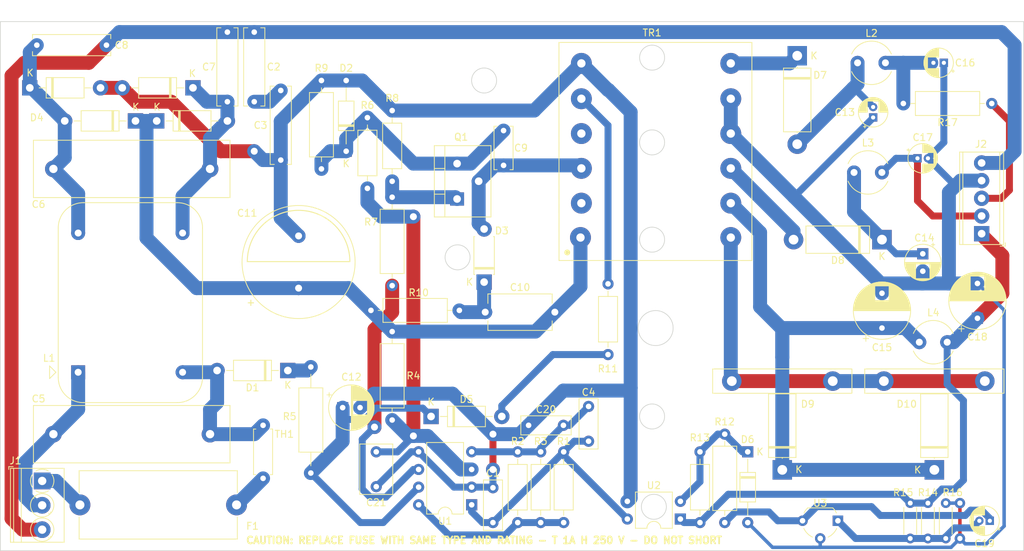
<source format=kicad_pcb>
(kicad_pcb (version 20211014) (generator pcbnew)
  (title_block (title "Amiga A1200 PSU UK 391029-02") (date "2023-02-09") (rev "1B") (company "Nick Bolton"))
  (layers (0 "F.Cu" signal) (31 "B.Cu" signal) (34 "B.Paste" user) (35 "F.Paste" user) (36 "B.SilkS" user "B.Silkscreen") (37 "F.SilkS" user "F.Silkscreen") (38 "B.Mask" user) (39 "F.Mask" user) (44 "Edge.Cuts" user))
  (net 0 "")
  (net 1 "Net-(Q1-Pad1)")
  (net 2 "Net-(C9-Pad2)")
  (net 3 "Net-(C1-Pad2)")
  (net 4 "Net-(C20-Pad2)")
  (net 5 "Net-(C21-Pad1)")
  (net 6 "Net-(C10-Pad1)")
  (net 7 "Net-(C10-Pad2)")
  (net 8 "GNDD")
  (net 9 "Net-(C9-Pad1)")
  (net 10 "Net-(D7-Pad1)")
  (net 11 "GND")
  (net 12 "Net-(D8-Pad2)")
  (net 13 "Net-(R1-Pad1)")
  (net 14 "Net-(R7-Pad2)")
  (net 15 "+12VA")
  (net 16 "+5V")
  (net 17 "Net-(R11-Pad2)")
  (net 18 "/Live_Pre_LF")
  (net 19 "Net-(C6-Pad1)")
  (net 20 "Net-(C5-Pad2)")
  (net 21 "Net-(C6-Pad2)")
  (net 22 "Net-(D6-Pad1)")
  (net 23 "Net-(D1-Pad1)")
  (net 24 "Net-(D5-Pad2)")
  (net 25 "Net-(F1-Pad1)")
  (net 26 "Net-(C2-Pad1)")
  (net 27 "Earth")
  (net 28 "-12V")
  (net 29 "+12V")
  (net 32 "/TR_5V")
  (net 33 "Net-(D7-Pad2)")
  (net 34 "Net-(D8-Pad1)")
  (net 35 "Net-(D10-Pad1)")
  (net 36 "Net-(L2-Pad2)")
  (net 37 "Net-(R12-Pad2)")
  (net 38 "Net-(R14-Pad1)")
  (net 39 "Net-(J1-Pad1)")
  (footprint "Capacitor_THT:CP_Radial_D8.0mm_P5.00mm" (layer "F.Cu") (at 156.972 66.04 90)
    (fp_text reference "C15")
    (fp_text value "1000uF")
  )
  (footprint "Capacitor_THT:C_Rect_L7.0mm_W2.5mm_P5.00mm" (layer "F.Cu") (at 106.212 80.01)
    (fp_text reference "C20")
    (fp_text value "1nF")
  )
  (footprint "Resistor_THT:R_Axial_DIN0207_L6.3mm_D2.5mm_P10.16mm_Horizontal" (layer "F.Cu") (at 104.648 93.98 90)
    (fp_text reference "R2")
    (fp_text value "240k")
  )
  (footprint "Capacitor_THT:C_Rect_L11.0mm_W2.8mm_P10.00mm_MKT" (layer "F.Cu") (at 62.944 33.528 90)
    (fp_text reference "C7")
    (fp_text value "4n7")
  )
  (footprint "Package_TO_SOT_THT:TO-92_Wide" (layer "F.Cu") (at 150.642 93.718 180)
    (fp_text reference "U3")
    (fp_text value "TL431D")
  )
  (footprint "TerminalBlock_Phoenix:TerminalBlock_Phoenix_MPT-0,5-5-2.54_1x05_P2.54mm_Horizontal" (layer "F.Cu") (at 171.2885 52.4835 90)
    (fp_text reference "J2")
    (fp_text value "DC-Out")
  )
  (footprint "Diode_THT:D_DO-41_SOD81_P10.16mm_Horizontal" (layer "F.Cu") (at 71.628 72.136 180)
    (fp_text reference "D1")
    (fp_text value "1N4007")
  )
  (footprint "Resistor_THT:R_Axial_DIN0204_L3.6mm_D1.6mm_P5.08mm_Horizontal" (layer "F.Cu") (at 163.572 96.266 90)
    (fp_text reference "R14")
    (fp_text value "?")
  )
  (footprint "Capacitor_THT:C_Rect_L28.0mm_W8.0mm_P22.50mm_MKS4" (layer "F.Cu") (at 60.452 43.18 180)
    (fp_text reference "C6")
    (fp_text value "220nF")
  )
  (footprint "Capacitor_THT:C_Disc_D6.0mm_W2.5mm_P5.00mm" (layer "F.Cu") (at 102.616 37.672 -90)
    (fp_text reference "C9")
    (fp_text value "220pF")
  )
  (footprint "Resistor_THT:R_Axial_DIN0309_L9.0mm_D3.2mm_P12.70mm_Horizontal" (layer "F.Cu") (at 86.614 47.244 -90)
    (fp_text reference "R7")
    (fp_text value "150R")
  )
  (footprint "Resistor_THT:R_Axial_DIN0309_L9.0mm_D3.2mm_P12.70mm_Horizontal" (layer "F.Cu") (at 86.614 66.548 -90)
    (fp_text reference "R4")
    (fp_text value "821k")
  )
  (footprint "Capacitor_THT:C_Disc_D9.0mm_W5.0mm_P10.00mm" (layer "F.Cu") (at 109.982 63.754 180)
    (fp_text reference "C10")
    (fp_text value "10n")
  )
  (footprint "Capacitor_THT:CP_Radial_D5.0mm_P2.50mm" (layer "F.Cu") (at 162.834 55.372 -90)
    (fp_text reference "C14")
    (fp_text value "220uF")
  )
  (footprint "Inductor_THT:L_Radial_D6.0mm_P4.00mm" (layer "F.Cu") (at 152.96 43.688)
    (fp_text reference "L3")
    (fp_text value "L_Small")
  )
  (footprint "Capacitor_THT:C_Rect_L11.0mm_W2.8mm_P10.00mm_MKT" (layer "F.Cu") (at 70.612 41.91 90)
    (fp_text reference "C3")
    (fp_text value "4n7")
  )
  (footprint "Resistor_THT:R_Axial_DIN0309_L9.0mm_D3.2mm_P12.70mm_Horizontal" (layer "F.Cu") (at 134.386 81.28 -90)
    (fp_text reference "R12")
    (fp_text value "47R")
  )
  (footprint "Capacitor_THT:C_Rect_L11.0mm_W2.8mm_P10.00mm_MKT" (layer "F.Cu") (at 35.572 25.4)
    (fp_text reference "C8")
    (fp_text value "4n7")
  )
  (footprint "Amiga 1200:Diode_Heatsink" (layer "F.Cu") (at 142.652 86.41 90)
    (fp_text reference "D9")
    (fp_text value "MR852")
  )
  (footprint "Capacitor_THT:C_Rect_L11.0mm_W2.8mm_P10.00mm_MKT" (layer "F.Cu") (at 66.802 33.528 90)
    (fp_text reference "C2")
    (fp_text value "4n7")
  )
  (footprint "Resistor_THT:R_Axial_DIN0204_L3.6mm_D1.6mm_P5.08mm_Horizontal" (layer "F.Cu") (at 166.136 91.186 -90)
    (fp_text reference "R16")
    (fp_text value "?")
  )
  (footprint "Fuse:Fuseholder_Cylinder-5x20mm_Schurter_0031_8201_Horizontal_Open" (layer "F.Cu") (at 64.262 91.44 180)
    (fp_text reference "F1")
    (fp_text value "250V T 1A")
  )
  (footprint "Package_DIP:DIP-4_W7.62mm" (layer "F.Cu") (at 128.016 93.472 180)
    (fp_text reference "U2")
    (fp_text value "PC817")
  )
  (footprint "Resistor_THT:R_Axial_DIN0309_L9.0mm_D3.2mm_P12.70mm_Horizontal" (layer "F.Cu") (at 172.74 33.782 180)
    (fp_text reference "R17")
    (fp_text value "330R")
  )
  (footprint "Diode_THT:D_5W_P12.70mm_Horizontal" (layer "F.Cu") (at 156.972 53.34 180)
    (fp_text reference "D8")
    (fp_text value "MR852")
  )
  (footprint "Capacitor_THT:C_Rect_L7.0mm_W2.5mm_P5.00mm" (layer "F.Cu") (at 101.092 88.98 -90)
    (fp_text reference "C1")
    (fp_text value "10nF")
  )
  (footprint "Amiga 1200:TO-220-3_Vertical_Staggered" (layer "F.Cu") (at 95.941 47.498 90)
    (fp_text reference "Q1")
    (fp_text value "P2N60")
  )
  (footprint "Resistor_THT:R_Axial_DIN0309_L9.0mm_D3.2mm_P12.70mm_Horizontal" (layer "F.Cu") (at 83.566 63.5)
    (fp_text reference "R10")
    (fp_text value "100k")
  )
  (footprint "Capacitor_THT:CP_Radial_D4.0mm_P1.50mm" (layer "F.Cu") (at 162.072 41.656)
    (fp_text reference "C17")
    (fp_text value "47uF")
  )
  (footprint "Resistor_THT:R_Axial_DIN0207_L6.3mm_D2.5mm_P10.16mm_Horizontal" (layer "F.Cu") (at 117.622 69.85 90)
    (fp_text reference "R11")
    (fp_text value "10R")
  )
  (footprint "Package_DIP:DIP-8_W7.62mm" (layer "F.Cu") (at 98.034 91.43 180)
    (fp_text reference "U1")
    (fp_text value "UC3844_DIP8")
  )
  (footprint "Amiga 1200:Transformer" (layer "F.Cu") (at 123.952 40.64)
    (fp_text reference "TR1")
    (fp_text value "A1200-PSU-TR")
  )
  (footprint "Capacitor_THT:C_Rect_L7.0mm_W4.5mm_P5.00mm" (layer "F.Cu") (at 84.328 83.82 -90)
    (fp_text reference "C21")
    (fp_text value "470pF")
  )
  (footprint "Capacitor_THT:CP_Radial_D4.0mm_P1.50mm" (layer "F.Cu") (at 165.862 27.94 180)
    (fp_text reference "C16")
    (fp_text value "47uF")
  )
  (footprint "Amiga 1200:Diode_Heatsink" (layer "F.Cu") (at 164.496 86.41 90)
    (fp_text reference "D10")
    (fp_text value "MR852")
  )
  (footprint "Diode_THT:D_DO-35_SOD27_P10.16mm_Horizontal" (layer "F.Cu") (at 80.01 40.64 90)
    (fp_text reference "D2")
    (fp_text value "1N4742A")
  )
  (footprint "Resistor_THT:R_Axial_DIN0207_L6.3mm_D2.5mm_P10.16mm_Horizontal" (layer "F.Cu") (at 86.614 44.958 90)
    (fp_text reference "R8")
    (fp_text value "20k")
  )
  (footprint "Resistor_THT:R_Axial_DIN0309_L9.0mm_D3.2mm_P15.24mm_Horizontal" (layer "F.Cu") (at 74.93 86.868 90)
    (fp_text reference "R5")
    (fp_text value "68k")
  )
  (footprint "Diode_THT:D_DO-41_SOD81_P7.62mm_Horizontal" (layer "F.Cu") (at 99.822 59.436 90)
    (fp_text reference "D3")
    (fp_text value "BYV26E")
  )
  (footprint "Capacitor_THT:CP_Radial_D4.0mm_P1.50mm" (layer "F.Cu") (at 172.462 93.726 180)
    (fp_text reference "C19")
    (fp_text value "1uF")
  )
  (footprint "Capacitor_THT:CP_Radial_D6.3mm_P2.50mm" (layer "F.Cu") (at 79.502 77.47)
    (fp_text reference "C12")
    (fp_text value "47uF")
  )
  (footprint "Resistor_THT:R_Axial_DIN0207_L6.3mm_D2.5mm_P10.16mm_Horizontal" (layer "F.Cu") (at 111.252 93.98 90)
    (fp_text reference "R1")
    (fp_text value "680R")
  )
  (footprint "Resistor_THT:R_Axial_DIN0207_L6.3mm_D2.5mm_P7.62mm_Horizontal" (layer "F.Cu") (at 68.072 87.63 90)
    (fp_text reference "TH1")
    (fp_text value "30R")
  )
  (footprint "Capacitor_THT:C_Rect_L28.0mm_W8.0mm_P22.50mm_MKS4" (layer "F.Cu") (at 60.452 81.28 180)
    (fp_text reference "C5")
    (fp_text value "220nF")
  )
  (footprint "Inductor_THT:L_Radial_D6.0mm_P4.00mm" (layer "F.Cu") (at 162.338 68.072)
    (fp_text reference "L4")
    (fp_text value "L_Small")
  )
  (footprint "TerminalBlock_Phoenix:TerminalBlock_Phoenix_PT-1,5-3-3.5-H_1x03_P3.50mm_Horizontal" (layer "F.Cu") (at 36.3415 87.999 -90)
    (fp_text reference "J1")
    (fp_text value "AC-In")
  )
  (footprint "Capacitor_THT:CP_Radial_D8.0mm_P5.00mm" (layer "F.Cu") (at 170.688 64.632651 90)
    (fp_text reference "C18")
    (fp_text value "1000uF")
  )
  (footprint "Diode_THT:D_5W_P12.70mm_Horizontal" (layer "F.Cu") (at 144.8 26.924 -90)
    (fp_text reference "D7")
    (fp_text value "1N54xx")
  )
  (footprint "Amiga 1200:Diode_Bridge" (layer "F.Cu") (at 46.942 34.036)
    (fp_text reference "D4")
    (fp_text value "1N4007")
  )
  (footprint "Resistor_THT:R_Axial_DIN0309_L9.0mm_D3.2mm_P12.70mm_Horizontal" (layer "F.Cu") (at 76.454 43.18 90)
    (fp_text reference "R9")
    (fp_text value "1R")
  )
  (footprint "Resistor_THT:R_Axial_DIN0204_L3.6mm_D1.6mm_P5.08mm_Horizontal" (layer "F.Cu") (at 161.032 96.266 90)
    (fp_text reference "R15")
    (fp_text value "?")
  )
  (footprint "Resistor_THT:R_Axial_DIN0207_L6.3mm_D2.5mm_P10.16mm_Horizontal" (layer "F.Cu") (at 107.95 93.98 90)
    (fp_text reference "R3")
    (fp_text value "25k5")
  )
  (footprint "Resistor_THT:R_Axial_DIN0207_L6.3mm_D2.5mm_P10.16mm_Horizontal" (layer "F.Cu") (at 83.058 45.974 90)
    (fp_text reference "R6")
    (fp_text value "460R")
  )
  (footprint "Resistor_THT:R_Axial_DIN0207_L6.3mm_D2.5mm_P10.16mm_Horizontal" (layer "F.Cu") (at 130.83 83.82 -90)
    (fp_text reference "R13")
    (fp_text value "?")
  )
  (footprint "Inductor_THT:L_Radial_D6.0mm_P4.00mm" (layer "F.Cu") (at 153.468 27.94)
    (fp_text reference "L2")
    (fp_text value "L_Small")
  )
  (footprint "Diode_THT:D_DO-35_SOD27_P10.16mm_Horizontal" (layer "F.Cu") (at 137.688 83.82 -90)
    (fp_text reference "D6")
    (fp_text value "?")
  )
  (footprint "Filter:Filter_FILTERCON_1FPxx" (layer "F.Cu") (at 41.51 72.39 90)
    (fp_text reference "L1")
    (fp_text value "47mH")
  )
  (footprint "Capacitor_THT:C_Radial_D16.0mm_H31.5mm_P7.50mm" (layer "F.Cu") (at 73.172 60.305172 90)
    (fp_text reference "C11")
    (fp_text value "33uF")
  )
  (footprint "Capacitor_THT:C_Rect_L7.0mm_W2.5mm_P5.00mm" (layer "F.Cu") (at 114.828 82.296 90)
    (fp_text reference "C4")
    (fp_text value "10nF")
  )
  (footprint "Capacitor_THT:CP_Radial_D4.0mm_P1.50mm" (layer "F.Cu") (at 155.702 35.79 90)
    (fp_text reference "C13")
    (fp_text value "82uF")
  )
  (footprint "Diode_THT:D_DO-41_SOD81_P10.16mm_Horizontal" (layer "F.Cu") (at 92.202 78.74)
    (fp_text reference "D5")
    (fp_text value "1N4935")
  )
  (gr_poly (pts (arc (start 80.538 56.495172) (mid 73.172 49.129172) (end 65.806 56.495172))) (layer "F.SilkS") (width 0.15) (fill none))
  (gr_rect (start 30.332 22.02) (end 177.332 98.02) (layer "Edge.Cuts") (width 0.1) (fill none))
  (gr_circle (center 123.952 53.34) (end 125.222 54.61) (layer "Edge.Cuts") (width 0.1) (fill none))
  (gr_circle (center 123.952 27.196051) (end 125.222 28.466051) (layer "Edge.Cuts") (width 0.1) (fill none))
  (gr_circle (center 96.012 55.88) (end 97.282 57.15) (layer "Edge.Cuts") (width 0.1) (fill none))
  (gr_circle (center 124.46 66.04) (end 126.238 67.818) (layer "Edge.Cuts") (width 0.1) (fill none))
  (gr_circle (center 124.206 91.712051) (end 125.476 92.982051) (layer "Edge.Cuts") (width 0.1) (fill none))
  (gr_circle (center 99.822 30.48) (end 101.092 31.75) (layer "Edge.Cuts") (width 0.1) (fill none))
  (gr_circle (center 123.952 78.74) (end 125.222 80.01) (layer "Edge.Cuts") (width 0.1) (fill none))
  (gr_circle (center 123.952 39.37) (end 125.222 40.64) (layer "Edge.Cuts") (width 0.1) (fill none))
  (gr_text "CAUTION: REPLACE FUSE WITH SAME TYPE AND RATING - T 1A H 250 V - DO NOT SHORT" (at 99.822 96.52) (layer "F.SilkS") (effects (font (size 1 1) (thickness 0.25))))
  (gr_text "+" (at 66.314 62.337172) (layer "F.SilkS") (effects (font (size 1 1))))
  (segment (start 86.614 44.958) (end 86.614 47.244) (width 2) (layer "B.Cu") (net 1))
  (segment (start 95.687 47.244) (end 95.941 47.498) (width 2) (layer "B.Cu") (net 1))
  (segment (start 86.614 47.244) (end 95.687 47.244) (width 2) (layer "B.Cu") (net 1))
  (segment (start 113.364 42.672) (end 102.616 42.672) (width 2) (layer "B.Cu") (net 2))
  (segment (start 99.041 51.035) (end 99.822 51.816) (width 2) (layer "B.Cu") (net 2))
  (segment (start 101.317 42.672) (end 99.041 44.948) (width 2) (layer "B.Cu") (net 2))
  (segment (start 113.792 43.1) (end 113.364 42.672) (width 2) (layer "B.Cu") (net 2))
  (segment (start 102.616 42.672) (end 101.317 42.672) (width 2) (layer "B.Cu") (net 2))
  (segment (start 99.041 44.948) (end 99.041 51.035) (width 2) (layer "B.Cu") (net 2))
  (segment (start 99.588 93.98) (end 101.092 93.98) (width 1) (layer "B.Cu") (net 3))
  (segment (start 111.252 83.82) (end 112.776 82.296) (width 1) (layer "B.Cu") (net 3))
  (segment (start 112.776 82.296) (end 114.828 82.296) (width 1) (layer "B.Cu") (net 3))
  (segment (start 101.092 93.98) (end 111.252 83.82) (width 1) (layer "B.Cu") (net 3))
  (segment (start 120.396 93.472) (end 111.252 84.328) (width 1) (layer "B.Cu") (net 3))
  (segment (start 98.034 92.426) (end 99.588 93.98) (width 1) (layer "B.Cu") (net 3))
  (segment (start 98.034 91.43) (end 98.034 92.426) (width 1) (layer "B.Cu") (net 3))
  (segment (start 111.252 84.328) (end 111.252 83.82) (width 1) (layer "B.Cu") (net 3))
  (segment (start 111.212 80.01) (end 112.114 80.01) (width 1) (layer "B.Cu") (net 4))
  (segment (start 112.114 80.01) (end 114.828 77.296) (width 1) (layer "B.Cu") (net 4))
  (segment (start 107.95 83.272) (end 111.212 80.01) (width 1) (layer "B.Cu") (net 4))
  (segment (start 104.648 83.82) (end 107.95 83.82) (width 1) (layer "B.Cu") (net 4))
  (segment (start 98.034 83.81) (end 104.638 83.81) (width 1) (layer "B.Cu") (net 4))
  (segment (start 107.95 83.82) (end 107.95 83.272) (width 1) (layer "B.Cu") (net 4))
  (segment (start 89.662 50.038) (end 89.662 81.534) (width 2) (layer "F.Cu") (net 5))
  (via (at 89.662 50.038) (size 2) (drill 1) (layers "F.Cu" "B.Cu") (net 5))
  (via (at 89.662 81.534) (size 2) (drill 1) (layers "F.Cu" "B.Cu") (net 5))
  (segment (start 84.328 83.82) (end 87.376 83.82) (width 1) (layer "B.Cu") (net 5))
  (segment (start 89.662 81.534) (end 91.694 81.534) (width 2) (layer "B.Cu") (net 5))
  (segment (start 91.694 81.534) (end 96.51 86.35) (width 2) (layer "B.Cu") (net 5))
  (segment (start 89.662 81.534) (end 88.9 81.534) (width 2) (layer "B.Cu") (net 5))
  (segment (start 85.09 50.038) (end 83.058 48.006) (width 2) (layer "B.Cu") (net 5))
  (segment (start 87.376 83.82) (end 89.662 81.534) (width 1) (layer "B.Cu") (net 5))
  (segment (start 96.51 86.35) (end 98.034 86.35) (width 2) (layer "B.Cu") (net 5))
  (segment (start 88.9 81.534) (end 86.614 79.248) (width 2) (layer "B.Cu") (net 5))
  (segment (start 89.662 50.038) (end 85.09 50.038) (width 2) (layer "B.Cu") (net 5))
  (segment (start 83.058 48.006) (end 83.058 45.974) (width 2) (layer "B.Cu") (net 5))
  (segment (start 49.742 36.286) (end 52.792 36.286) (width 2) (layer "B.Cu") (net 6))
  (segment (start 109.982 63.754) (end 107.188 66.548) (width 2) (layer "B.Cu") (net 6))
  (segment (start 83.566 63.5) (end 86.614 66.548) (width 2) (layer "B.Cu") (net 6))
  (segment (start 58.527172 60.305172) (end 51.328 53.106) (width 2) (layer "B.Cu") (net 6))
  (segment (start 51.328 53.106) (end 51.328 36.286) (width 2) (layer "B.Cu") (net 6))
  (segment (start 107.188 66.548) (end 86.614 66.548) (width 2) (layer "B.Cu") (net 6))
  (segment (start 113.665 53.039) (end 113.665 60.071) (width 2) (layer "B.Cu") (net 6))
  (segment (start 80.371172 60.305172) (end 83.566 63.5) (width 2) (layer "B.Cu") (net 6))
  (segment (start 73.172 60.305172) (end 58.527172 60.305172) (width 2) (layer "B.Cu") (net 6))
  (segment (start 113.665 60.071) (end 109.982 63.754) (width 2) (layer "B.Cu") (net 6))
  (segment (start 73.172 60.305172) (end 80.371172 60.305172) (width 2) (layer "B.Cu") (net 6))
  (segment (start 99.822 63.594) (end 99.982 63.754) (width 2) (layer "B.Cu") (net 7))
  (segment (start 99.982 63.754) (end 96.52 63.754) (width 2) (layer "B.Cu") (net 7))
  (segment (start 99.822 59.436) (end 99.822 63.594) (width 2) (layer "B.Cu") (net 7))
  (segment (start 96.52 63.754) (end 96.266 63.5) (width 2) (layer "B.Cu") (net 7))
  (segment (start 54.884 33.528) (end 49.834 33.528) (width 2) (layer "F.Cu") (net 8))
  (segment (start 66.802 40.64) (end 61.996 40.64) (width 2) (layer "F.Cu") (net 8))
  (segment (start 47.842 31.536) (end 44.722 31.536) (width 2) (layer "F.Cu") (net 8))
  (segment (start 49.834 33.528) (end 47.842 31.536) (width 2) (layer "F.Cu") (net 8))
  (segment (start 61.996 40.64) (end 54.884 33.528) (width 2) (layer "F.Cu") (net 8))
  (segment (start 101.092 86.36) (end 101.092 81.28) (width 1) (layer "F.Cu") (net 8))
  (via (at 101.092 86.36) (size 2) (drill 1) (layers "F.Cu" "B.Cu") (net 8))
  (via (at 101.092 81.28) (size 2) (drill 1) (layers "F.Cu" "B.Cu") (net 8))
  (via (at 66.802 40.64) (size 2) (drill 1) (layers "F.Cu" "B.Cu") (net 8))
  (segment (start 117.682 31.83) (end 120.872 35.02) (width 2) (layer "B.Cu") (net 8))
  (segment (start 113.792 28.02) (end 117.602 31.83) (width 2) (layer "B.Cu") (net 8))
  (segment (start 106.212 80.01) (end 111.200738 75.021262) (width 2) (layer "B.Cu") (net 8))
  (segment (start 117.602 31.83) (end 117.682 31.83) (width 2) (layer "B.Cu") (net 8))
  (segment (start 70.612 50.245172) (end 73.172 52.805172) (width 2) (layer "B.Cu") (net 8))
  (segment (start 120.872 35.02) (end 120.872 74.624) (width 2) (layer "B.Cu") (net 8))
  (segment (start 95.494 88.89) (end 98.034 88.89) (width 1) (layer "B.Cu") (net 8))
  (segment (start 76.454 30.48) (end 80.01 30.48) (width 2) (layer "B.Cu") (net 8))
  (segment (start 120.872 90.456) (end 120.396 90.932) (width 2) (layer "B.Cu") (net 8))
  (segment (start 104.942 81.28) (end 101.092 81.28) (width 2) (layer "B.Cu") (net 8))
  (segment (start 95.282 75.47) (end 101.092 81.28) (width 2) (layer "B.Cu") (net 8))
  (segment (start 120.872 74.624) (end 120.872 90.456) (width 2) (layer "B.Cu") (net 8))
  (segment (start 70.612 41.91) (end 68.072 41.91) (width 2) (layer "B.Cu") (net 8))
  (segment (start 68.072 41.91) (end 66.802 40.64) (width 2) (layer "B.Cu") (net 8))
  (segment (start 98.034 88.89) (end 101.002 88.89) (width 1) (layer "B.Cu") (net 8))
  (segment (start 101.092 88.98) (end 101.092 86.36) (width 1) (layer "B.Cu") (net 8))
  (segment (start 89.338 83.81) (end 84.328 88.82) (width 1) (layer "B.Cu") (net 8))
  (segment (start 70.612 36.322) (end 76.454 30.48) (width 2) (layer "B.Cu") (net 8))
  (segment (start 111.200738 75.021262) (end 120.474738 75.021262) (width 2) (layer "B.Cu") (net 8))
  (segment (start 120.474738 75.021262) (end 120.872 74.624) (width 2) (layer "B.Cu") (net 8))
  (segment (start 90.414 83.81) (end 89.338 83.81) (width 1) (layer "B.Cu") (net 8))
  (segment (start 106.212 80.01) (end 104.942 81.28) (width 2) (layer "B.Cu") (net 8))
  (segment (start 70.612 41.91) (end 70.612 36.322) (width 2) (layer "B.Cu") (net 8))
  (segment (start 90.414 83.81) (end 95.494 88.89) (width 1) (layer "B.Cu") (net 8))
  (segment (start 84.002 75.47) (end 95.282 75.47) (width 2) (layer "B.Cu") (net 8))
  (segment (start 82.296 30.48) (end 86.614 34.798) (width 2) (layer "B.Cu") (net 8))
  (segment (start 107.014 34.798) (end 113.792 28.02) (width 2) (layer "B.Cu") (net 8))
  (segment (start 70.612 41.91) (end 70.612 50.245172) (width 2) (layer "B.Cu") (net 8))
  (segment (start 86.614 34.798) (end 107.014 34.798) (width 2) (layer "B.Cu") (net 8))
  (segment (start 80.01 30.48) (end 82.296 30.48) (width 2) (layer "B.Cu") (net 8))
  (segment (start 84.002 75.47) (end 82.002 77.47) (width 2) (layer "B.Cu") (net 8))
  (segment (start 77.724 40.64) (end 80.01 40.64) (width 2) (layer "B.Cu") (net 9))
  (segment (start 83.058 35.814) (end 80.01 38.862) (width 2) (layer "B.Cu") (net 9))
  (segment (start 83.058 35.814) (end 89.662 42.418) (width 2) (layer "B.Cu") (net 9))
  (segment (start 89.662 42.418) (end 95.941 42.418) (width 2) (layer "B.Cu") (net 9))
  (segment (start 80.01 38.862) (end 80.01 40.64) (width 2) (layer "B.Cu") (net 9))
  (segment (start 76.454 41.91) (end 77.724 40.64) (width 2) (layer "B.Cu") (net 9))
  (segment (start 95.941 42.418) (end 97.87 42.418) (width 2) (layer "B.Cu") (net 9))
  (segment (start 97.87 42.418) (end 102.616 37.672) (width 2) (layer "B.Cu") (net 9))
  (segment (start 76.454 43.18) (end 76.454 41.91) (width 2) (layer "B.Cu") (net 9))
  (segment (start 135.255 28.02) (end 143.704 28.02) (width 2) (layer "B.Cu") (net 10))
  (segment (start 143.704 28.02) (end 144.8 26.924) (width 2) (layer "B.Cu") (net 10))
  (segment (start 168.168 91.186) (end 168.168 96.266) (width 0.5) (layer "F.Cu") (net 11))
  (via (at 168.168 96.266) (size 1.5) (drill 0.75) (layers "F.Cu" "B.Cu") (net 11))
  (via (at 168.168 91.186) (size 1.5) (drill 0.75) (layers "F.Cu" "B.Cu") (net 11))
  (segment (start 144.3455 47.1905) (end 156.787651 59.632651) (width 2) (layer "B.Cu") (net 11))
  (segment (start 166.136 91.186) (end 168.168 91.186) (width 0.5) (layer "B.Cu") (net 11))
  (segment (start 166.898 97.536) (end 168.168 96.266) (width 0.5) (layer "B.Cu") (net 11))
  (segment (start 156.787651 59.632651) (end 162.776651 59.632651) (width 2) (layer "B.Cu") (net 11))
  (segment (start 155.702 35.79) (end 155.702 35.834) (width 1) (layer "B.Cu") (net 11))
  (segment (start 166.586651 59.632651) (end 166.586651 46.539349) (width 2) (layer "B.Cu") (net 11))
  (segment (start 174.518 94.488) (end 174.518 63.462651) (width 0.5) (layer "B.Cu") (net 11))
  (segment (start 141.244 97.536) (end 137.688 93.98) (width 0.5) (layer "B.Cu") (net 11))
  (segment (start 168.2625 44.8635) (end 171.2885 44.8635) (width 2) (layer "B.Cu") (net 11))
  (segment (start 166.586651 46.539349) (end 167.533 45.593) (width 2) (layer "B.Cu") (net 11))
  (segment (start 167.533 45.593) (end 168.2625 44.8635) (width 2) (layer "B.Cu") (net 11))
  (segment (start 156.972 61.04) (end 156.972 59.817) (width 2) (layer "B.Cu") (net 11))
  (segment (start 165.862 39.366) (end 163.572 41.656) (width 1) (layer "B.Cu") (net 11))
  (segment (start 162.834 59.575302) (end 162.776651 59.632651) (width 2) (layer "B.Cu") (net 11))
  (segment (start 166.586651 59.632651) (end 170.688 59.632651) (width 2) (layer "B.Cu") (net 11))
  (segment (start 162.776651 59.632651) (end 166.586651 59.632651) (width 2) (layer "B.Cu") (net 11))
  (segment (start 171.978 97.028) (end 174.518 94.488) (width 0.5) (layer "B.Cu") (net 11))
  (segment (start 148.102 96.258) (end 148.102 97.536) (width 0.5) (layer "B.Cu") (net 11))
  (segment (start 162.834 57.872) (end 162.834 59.575302) (width 2) (layer "B.Cu") (net 11))
  (segment (start 174.518 63.462651) (end 170.688 59.632651) (width 0.5) (layer "B.Cu") (net 11))
  (segment (start 135.255 33.1) (end 135.255 38.1) (width 2) (layer "B.Cu") (net 11))
  (segment (start 165.862 27.94) (end 165.862 39.366) (width 1) (layer "B.Cu") (net 11))
  (segment (start 147.086 97.536) (end 141.244 97.536) (width 0.5) (layer "B.Cu") (net 11))
  (segment (start 168.93 97.028) (end 171.978 97.028) (width 0.5) (layer "B.Cu") (net 11))
  (segment (start 135.255 38.1) (end 144.3455 47.1905) (width 2) (layer "B.Cu") (net 11))
  (segment (start 155.702 35.834) (end 144.3455 47.1905) (width 1) (layer "B.Cu") (net 11))
  (segment (start 156.972 59.817) (end 156.787651 59.632651) (width 2) (layer "B.Cu") (net 11))
  (segment (start 148.102 97.536) (end 147.086 97.536) (width 0.5) (layer "B.Cu") (net 11))
  (segment (start 168.168 96.266) (end 168.93 97.028) (width 0.5) (layer "B.Cu") (net 11))
  (segment (start 167.509 45.593) (end 167.533 45.593) (width 1) (layer "B.Cu") (net 11))
  (segment (start 148.102 97.536) (end 166.898 97.536) (width 0.5) (layer "B.Cu") (net 11))
  (segment (start 163.572 41.656) (end 167.509 45.593) (width 1) (layer "B.Cu") (net 11))
  (segment (start 144.272 53.34) (end 144.272 52.117) (width 2) (layer "B.Cu") (net 12))
  (segment (start 144.272 52.117) (end 135.255 43.1) (width 2) (layer "B.Cu") (net 12))
  (segment (start 94.742 95.758) (end 102.87 95.758) (width 1) (layer "B.Cu") (net 13))
  (segment (start 104.648 93.98) (end 107.95 93.98) (width 1) (layer "B.Cu") (net 13))
  (segment (start 90.414 91.43) (end 94.742 95.758) (width 1) (layer "B.Cu") (net 13))
  (segment (start 107.95 93.98) (end 111.252 93.98) (width 1) (layer "B.Cu") (net 13))
  (segment (start 102.87 95.758) (end 104.648 93.98) (width 1) (layer "B.Cu") (net 13))
  (segment (start 85.785572 64.548) (end 84.074 66.259572) (width 2) (layer "F.Cu") (net 14))
  (segment (start 84.074 66.259572) (end 84.074 80.264) (width 2) (layer "F.Cu") (net 14))
  (segment (start 85.82 64.548) (end 85.785572 64.548) (width 2) (layer "F.Cu") (net 14))
  (segment (start 86.614 63.754) (end 85.82 64.548) (width 2) (layer "F.Cu") (net 14))
  (segment (start 86.614 59.944) (end 86.614 63.754) (width 2) (layer "F.Cu") (net 14))
  (via (at 84.074 80.264) (size 2) (drill 1) (layers "F.Cu" "B.Cu") (net 14))
  (segment (start 82.316 89.174) (end 82.316 82.022) (width 1) (layer "B.Cu") (net 14))
  (segment (start 83.462 90.32) (end 82.316 89.174) (width 1) (layer "B.Cu") (net 14))
  (segment (start 82.316 82.022) (end 84.074 80.264) (width 1) (layer "B.Cu") (net 14))
  (segment (start 89.672 86.35) (end 85.702 90.32) (width 1) (layer "B.Cu") (net 14))
  (segment (start 85.702 90.32) (end 83.462 90.32) (width 1) (layer "B.Cu") (net 14))
  (segment (start 90.414 86.35) (end 89.672 86.35) (width 1) (layer "B.Cu") (net 14))
  (segment (start 79.502 82.296) (end 74.93 86.868) (width 2) (layer "B.Cu") (net 15))
  (segment (start 92.202 78.74) (end 91.01 77.548) (width 1) (layer "B.Cu") (net 15))
  (segment (start 82.706164 79.17) (end 79.502 79.17) (width 1) (layer "B.Cu") (net 15))
  (segment (start 79.502 77.47) (end 79.502 80.01) (width 2) (layer "B.Cu") (net 15))
  (segment (start 90.414 88.89) (end 85.324 93.98) (width 1) (layer "B.Cu") (net 15))
  (segment (start 82.042 93.98) (end 74.93 86.868) (width 1) (layer "B.Cu") (net 15))
  (segment (start 91.01 77.548) (end 84.328164 77.548) (width 1) (layer "B.Cu") (net 15))
  (segment (start 85.324 93.98) (end 82.042 93.98) (width 1) (layer "B.Cu") (net 15))
  (segment (start 79.502 79.17) (end 79.502 77.47) (width 1) (layer "B.Cu") (net 15))
  (segment (start 79.502 80.01) (end 79.502 82.296) (width 2) (layer "B.Cu") (net 15))
  (segment (start 84.328164 77.548) (end 82.706164 79.17) (width 1) (layer "B.Cu") (net 15))
  (segment (start 170.688 64.632651) (end 174.264 61.056651) (width 2) (layer "F.Cu") (net 16))
  (segment (start 174.264 55.626) (end 171.2885 52.6505) (width 2) (layer "F.Cu") (net 16))
  (segment (start 171.2885 52.6505) (end 171.2885 52.4835) (width 2) (layer "F.Cu") (net 16))
  (segment (start 174.264 61.056651) (end 174.264 55.626) (width 2) (layer "F.Cu") (net 16))
  (segment (start 167.406 89.154) (end 168.676 87.884) (width 1) (layer "B.Cu") (net 16))
  (segment (start 128.016 93.472) (end 128.524 93.98) (width 1) (layer "B.Cu") (net 16))
  (segment (start 159.762 89.916) (end 161.032 91.186) (width 1) (layer "B.Cu") (net 16))
  (segment (start 165.604 89.154) (end 167.406 89.154) (width 1) (layer "B.Cu") (net 16))
  (segment (start 170.688 64.632651) (end 167.248651 68.072) (width 2) (layer "B.Cu") (net 16))
  (segment (start 130.83 93.98) (end 134.894 89.916) (width 1) (layer "B.Cu") (net 16))
  (segment (start 163.572 91.186) (end 165.604 89.154) (width 1) (layer "B.Cu") (net 16))
  (segment (start 163.572 91.186) (end 161.032 91.186) (width 1) (layer "B.Cu") (net 16))
  (segment (start 134.894 89.916) (end 159.762 89.916) (width 1) (layer "B.Cu") (net 16))
  (segment (start 168.676 87.884) (end 168.676 76.454) (width 1) (layer "B.Cu") (net 16))
  (segment (start 128.524 93.98) (end 130.83 93.98) (width 1) (layer "B.Cu") (net 16))
  (segment (start 166.338 74.116) (end 166.338 68.072) (width 1) (layer "B.Cu") (net 16))
  (segment (start 168.676 76.454) (end 166.338 74.116) (width 1) (layer "B.Cu") (net 16))
  (segment (start 167.248651 68.072) (end 166.338 68.072) (width 2) (layer "B.Cu") (net 16))
  (segment (start 117.622 36.93) (end 113.792 33.1) (width 1) (layer "B.Cu") (net 17))
  (segment (start 117.622 59.69) (end 117.622 36.93) (width 1) (layer "B.Cu") (net 17))
  (segment (start 61.468 76.728) (end 61.468 72.136) (width 2) (layer "B.Cu") (net 18))
  (segment (start 60.452 81.28) (end 66.802 81.28) (width 2) (layer "B.Cu") (net 18))
  (segment (start 60.452 77.744) (end 61.468 76.728) (width 2) (layer "B.Cu") (net 18))
  (segment (start 56.51 72.39) (end 61.214 72.39) (width 2) (layer "B.Cu") (net 18))
  (segment (start 61.214 72.39) (end 61.468 72.136) (width 2) (layer "B.Cu") (net 18))
  (segment (start 60.452 81.28) (end 60.452 77.744) (width 2) (layer "B.Cu") (net 18))
  (segment (start 66.802 81.28) (end 68.072 80.01) (width 2) (layer "B.Cu") (net 18))
  (segment (start 59.994 33.528) (end 58.002 31.536) (width 2) (layer "B.Cu") (net 19))
  (segment (start 60.452 38.786) (end 62.952 36.286) (width 2) (layer "B.Cu") (net 19))
  (segment (start 56.51 47.122) (end 60.452 43.18) (width 2) (layer "B.Cu") (net 19))
  (segment (start 62.952 33.536) (end 62.944 33.528) (width 2) (layer "B.Cu") (net 19))
  (segment (start 62.944 33.528) (end 59.994 33.528) (width 2) (layer "B.Cu") (net 19))
  (segment (start 56.51 52.39) (end 56.51 47.122) (width 2) (layer "B.Cu") (net 19))
  (segment (start 60.452 43.18) (end 60.452 38.786) (width 2) (layer "B.Cu") (net 19))
  (segment (start 62.952 36.286) (end 62.952 33.536) (width 2) (layer "B.Cu") (net 19))
  (segment (start 41.51 77.722) (end 41.51 72.39) (width 2) (layer "B.Cu") (net 20))
  (segment (start 33.9415 85.2905) (end 37.952 81.28) (width 2) (layer "B.Cu") (net 20))
  (segment (start 37.952 81.28) (end 41.51 77.722) (width 2) (layer "B.Cu") (net 20))
  (segment (start 36.3415 91.499) (end 35.111 91.499) (width 2) (layer "B.Cu") (net 20))
  (segment (start 35.111 91.499) (end 33.9415 90.3295) (width 2) (layer "B.Cu") (net 20))
  (segment (start 33.9415 90.3295) (end 33.9415 85.2905) (width 2) (layer "B.Cu") (net 20))
  (segment (start 35.572 25.4) (end 34.564 26.408) (width 2) (layer "B.Cu") (net 21))
  (segment (start 34.832 31.536) (end 39.582 36.286) (width 2) (layer "B.Cu") (net 21))
  (segment (start 34.562 31.536) (end 34.832 31.536) (width 2) (layer "B.Cu") (net 21))
  (segment (start 39.582 41.55) (end 37.952 43.18) (width 2) (layer "B.Cu") (net 21))
  (segment (start 34.564 26.408) (end 34.564 31.534) (width 2) (layer "B.Cu") (net 21))
  (segment (start 39.582 36.286) (end 39.582 41.55) (width 2) (layer "B.Cu") (net 21))
  (segment (start 41.51 46.738) (end 37.952 43.18) (width 2) (layer "B.Cu") (net 21))
  (segment (start 41.51 52.39) (end 41.51 46.738) (width 2) (layer "B.Cu") (net 21))
  (segment (start 134.386 81.28) (end 133.37 81.28) (width 1) (layer "B.Cu") (net 22))
  (segment (start 130.83 83.82) (end 130.83 88.118) (width 1) (layer "B.Cu") (net 22))
  (segment (start 137.688 83.82) (end 136.926 83.82) (width 1) (layer "B.Cu") (net 22))
  (segment (start 130.83 88.118) (end 128.016 90.932) (width 1) (layer "B.Cu") (net 22))
  (segment (start 133.37 81.28) (end 130.83 83.82) (width 1) (layer "B.Cu") (net 22))
  (segment (start 136.926 83.82) (end 134.386 81.28) (width 1) (layer "B.Cu") (net 22))
  (segment (start 74.93 71.628) (end 74.422 72.136) (width 2) (layer "B.Cu") (net 23))
  (segment (start 74.422 72.136) (end 71.628 72.136) (width 2) (layer "B.Cu") (net 23))
  (segment (start 102.362 77.184366) (end 109.696366 69.85) (width 1) (layer "B.Cu") (net 24))
  (segment (start 109.696366 69.85) (end 117.622 69.85) (width 1) (layer "B.Cu") (net 24))
  (segment (start 102.362 78.74) (end 102.362 77.184366) (width 1) (layer "B.Cu") (net 24))
  (segment (start 68.072 87.63) (end 64.262 91.44) (width 2) (layer "B.Cu") (net 25))
  (segment (start 66.802 33.528) (end 68.994 33.528) (width 2) (layer "B.Cu") (net 26))
  (segment (start 68.994 33.528) (end 70.612 31.91) (width 2) (layer "B.Cu") (net 26))
  (segment (start 33.531 94.999) (end 36.3415 94.999) (width 2) (layer "F.Cu") (net 27))
  (segment (start 31.942 29.78) (end 31.942 93.41) (width 2) (layer "F.Cu") (net 27))
  (segment (start 33.782 27.94) (end 31.942 29.78) (width 2) (layer "F.Cu") (net 27))
  (segment (start 43.032 27.94) (end 33.782 27.94) (width 2) (layer "F.Cu") (net 27))
  (segment (start 31.942 93.41) (end 33.531 94.999) (width 2) (layer "F.Cu") (net 27))
  (segment (start 45.572 25.4) (end 43.032 27.94) (width 2) (layer "F.Cu") (net 27))
  (segment (start 62.944 23.528) (end 47.444 23.528) (width 2) (layer "B.Cu") (net 27))
  (segment (start 176.022 25.4) (end 176.022 40.64) (width 2) (layer "B.Cu") (net 27))
  (segment (start 66.802 23.528) (end 62.944 23.528) (width 2) (layer "B.Cu") (net 27))
  (segment (start 66.802 23.528) (end 174.15 23.528) (width 2) (layer "B.Cu") (net 27))
  (segment (start 174.15 23.528) (end 176.022 25.4) (width 2) (layer "B.Cu") (net 27))
  (segment (start 174.3385 42.3235) (end 171.2885 42.3235) (width 2) (layer "B.Cu") (net 27))
  (segment (start 176.022 40.64) (end 174.3385 42.3235) (width 2) (layer "B.Cu") (net 27))
  (segment (start 47.444 23.528) (end 45.572 25.4) (width 2) (layer "B.Cu") (net 27))
  (segment (start 172.74 33.782) (end 175.28 36.322) (width 1) (layer "F.Cu") (net 28))
  (segment (start 175.28 36.322) (end 175.28 46.228) (width 1) (layer "F.Cu") (net 28))
  (segment (start 175.28 46.228) (end 174.1045 47.4035) (width 1) (layer "F.Cu") (net 28))
  (segment (start 174.1045 47.4035) (end 171.2885 47.4035) (width 1) (layer "F.Cu") (net 28))
  (segment (start 164.2635 49.9435) (end 162.072 47.752) (width 1) (layer "F.Cu") (net 29))
  (segment (start 171.2885 49.9435) (end 164.2635 49.9435) (width 1) (layer "F.Cu") (net 29))
  (segment (start 162.072 47.752) (end 162.072 41.656) (width 1) (layer "F.Cu") (net 29))
  (segment (start 162.072 41.656) (end 158.992 41.656) (width 1) (layer "B.Cu") (net 29))
  (segment (start 158.992 41.656) (end 156.96 43.688) (width 1) (layer "B.Cu") (net 29))
  (segment (start 149.902 73.66) (end 135.402 73.66) (width 2) (layer "F.Cu") (net 32))
  (segment (start 171.746 73.66) (end 157.246 73.66) (width 2) (layer "F.Cu") (net 32))
  (segment (start 135.255 73.513) (end 135.402 73.66) (width 2) (layer "B.Cu") (net 32))
  (segment (start 135.255 53.039) (end 135.255 73.513) (width 2) (layer "B.Cu") (net 32))
  (segment (start 149.902 73.66) (end 157.246 73.66) (width 2) (layer "B.Cu") (net 32))
  (segment (start 153.468 30.956) (end 152.801 31.623) (width 2) (layer "B.Cu") (net 33))
  (segment (start 155.702 34.29) (end 153.035 31.623) (width 1) (layer "B.Cu") (net 33))
  (segment (start 152.801 31.623) (end 144.8 39.624) (width 2) (layer "B.Cu") (net 33))
  (segment (start 153.035 31.623) (end 152.801 31.623) (width 1) (layer "B.Cu") (net 33))
  (segment (start 153.468 27.94) (end 153.468 30.956) (width 2) (layer "B.Cu") (net 33))
  (segment (start 159.004 55.372) (end 156.972 53.34) (width 1) (layer "B.Cu") (net 34))
  (segment (start 152.96 49.328) (end 156.972 53.34) (width 2) (layer "B.Cu") (net 34))
  (segment (start 162.834 55.372) (end 159.004 55.372) (width 1) (layer "B.Cu") (net 34))
  (segment (start 152.96 43.688) (end 152.96 49.328) (width 2) (layer "B.Cu") (net 34))
  (segment (start 142.652 66.178) (end 142.652 70.242) (width 2) (layer "B.Cu") (net 35))
  (segment (start 160.306 66.04) (end 162.338 68.072) (width 2) (layer "B.Cu") (net 35))
  (segment (start 156.972 66.04) (end 142.652 66.04) (width 2) (layer "B.Cu") (net 35))
  (segment (start 135.255 48.1) (end 139.466 52.311) (width 2) (layer "B.Cu") (net 35))
  (segment (start 139.466 62.992) (end 142.652 66.178) (width 2) (layer "B.Cu") (net 35))
  (segment (start 156.972 66.04) (end 160.306 66.04) (width 2) (layer "B.Cu") (net 35))
  (segment (start 142.652 70.242) (end 142.652 86.41) (width 2) (layer "B.Cu") (net 35))
  (segment (start 164.496 86.41) (end 142.652 86.41) (width 2) (layer "B.Cu") (net 35))
  (segment (start 139.466 52.311) (end 139.466 62.992) (width 2) (layer "B.Cu") (net 35))
  (segment (start 142.652 66.04) (end 142.652 70.242) (width 2) (layer "B.Cu") (net 35))
  (segment (start 160.04 33.782) (end 160.04 27.94) (width 2) (layer "B.Cu") (net 36))
  (segment (start 157.468 27.94) (end 160.04 27.94) (width 2) (layer "B.Cu") (net 36))
  (segment (start 160.04 27.94) (end 164.062 27.94) (width 2) (layer "B.Cu") (net 36))
  (segment (start 155.468 91.694) (end 156.738 92.964) (width 1) (layer "B.Cu") (net 37))
  (segment (start 145.562 93.718) (end 147.586 91.694) (width 1) (layer "B.Cu") (net 37))
  (segment (start 171.276478 92.202) (end 172.462 93.387522) (width 1) (layer "B.Cu") (net 37))
  (segment (start 168.93 92.964) (end 169.692 92.202) (width 1) (layer "B.Cu") (net 37))
  (segment (start 156.738 92.964) (end 168.93 92.964) (width 1) (layer "B.Cu") (net 37))
  (segment (start 147.586 91.694) (end 155.468 91.694) (width 1) (layer "B.Cu") (net 37))
  (segment (start 169.692 92.202) (end 171.276478 92.202) (width 1) (layer "B.Cu") (net 37))
  (segment (start 140.736 92.456) (end 135.91 92.456) (width 1) (layer "B.Cu") (net 37))
  (segment (start 145.562 93.718) (end 141.998 93.718) (width 1) (layer "B.Cu") (net 37))
  (segment (start 135.91 92.456) (end 134.386 93.98) (width 1) (layer "B.Cu") (net 37))
  (segment (start 172.462 93.387522) (end 172.462 93.726) (width 1) (layer "B.Cu") (net 37))
  (segment (start 141.998 93.718) (end 140.736 92.456) (width 1) (layer "B.Cu") (net 37))
  (segment (start 166.136 96.266) (end 163.572 96.266) (width 1) (layer "B.Cu") (net 38))
  (segment (start 163.572 96.266) (end 161.032 96.266) (width 1) (layer "B.Cu") (net 38))
  (segment (start 161.032 96.266) (end 153.19 96.266) (width 1) (layer "B.Cu") (net 38))
  (segment (start 166.136 96.012) (end 167.406 94.742) (width 1) (layer "B.Cu") (net 38))
  (segment (start 153.19 96.266) (end 150.642 93.718) (width 1) (layer "B.Cu") (net 38))
  (segment (start 166.136 96.266) (end 166.136 96.012) (width 1) (layer "B.Cu") (net 38))
  (segment (start 169.946 94.742) (end 170.962 93.726) (width 1) (layer "B.Cu") (net 38))
  (segment (start 167.406 94.742) (end 169.946 94.742) (width 1) (layer "B.Cu") (net 38))
  (segment (start 36.3415 87.999) (end 38.321 87.999) (width 2) (layer "B.Cu") (net 39))
  (segment (start 38.321 87.999) (end 41.762 91.44) (width 2) (layer "B.Cu") (net 39))
)
</source>
